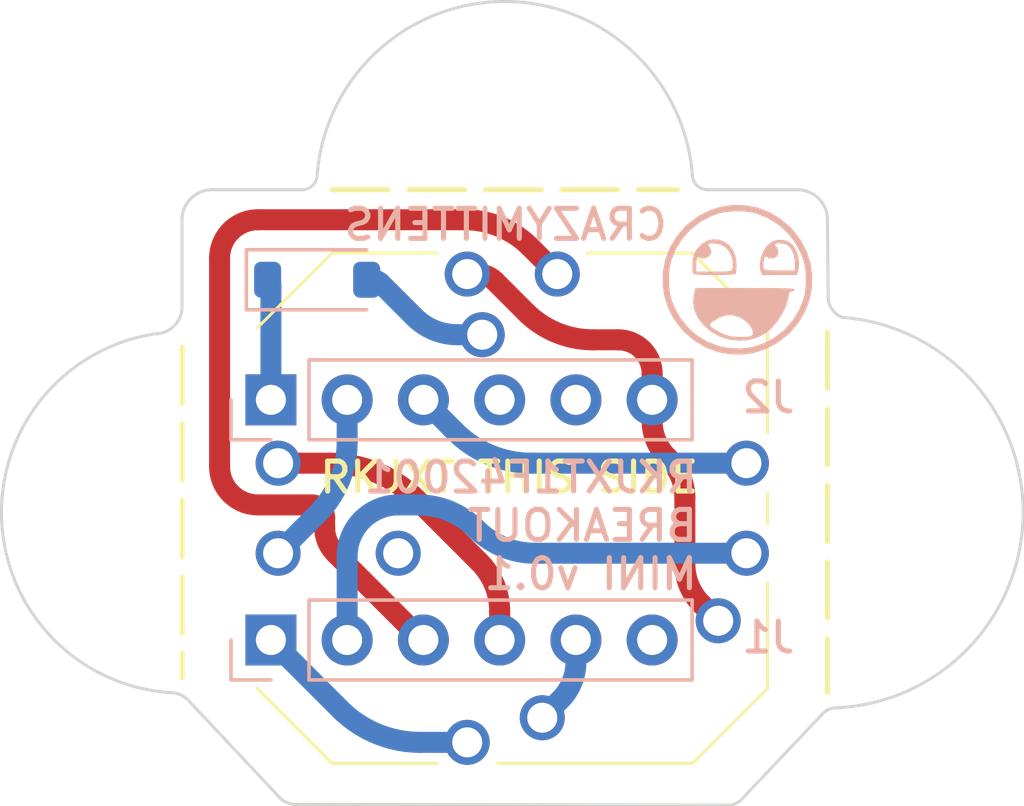
<source format=kicad_pcb>
(kicad_pcb (version 20221018) (generator pcbnew)
  (layers (0 "F.Cu" signal) (31 "B.Cu" signal) (34 "B.Paste" user) (35 "F.Paste" user) (36 "B.SilkS" user "B.Silkscreen") (37 "F.SilkS" user "F.Silkscreen") (38 "B.Mask" user) (39 "F.Mask" user) (44 "Edge.Cuts" user))
  (net 0 "")
  (net 4 "row1")
  (net 5 "COM")
  (net 6 "col5")
  (net 7 "col4")
  (net 8 "col3")
  (net 9 "col2")
  (net 10 "col1")
  (net 11 "encA")
  (net 12 "encB")
  (net 13 "Gnd")
  (footprint "MountingHole:MountingHole_3.2mm_M3" (layer "F.Cu") (at 129.75 82.75)
    (fp_text reference "H1" hide)
    (fp_text value "MountingHole_3.2mm_M3" hide)
    (pad "" np_thru_hole circle (at 0 0) (size 3.2 3.2) (drill 3.2) (layers "*.Cu" "*.Mask"))
  )
  (footprint "CT-KiCad-Library:RKJXT1F42001" (layer "F.Cu") (at 143 82.61)
    (fp_text reference "S1" hide)
    (fp_text value "RKJXT1F42001" hide)
    (fp_line (start -8.5 -6) (end -6 -8.5) (stroke (width 0.1)) (layer "F.SilkS"))
    (fp_line (start -8.5 6) (end -6 8.5) (stroke (width 0.1)) (layer "F.SilkS"))
    (fp_line (start -6 -8.5) (end -2.5 -8.5) (stroke (width 0.1)) (layer "F.SilkS"))
    (fp_line (start -6 8.5) (end -2.5 8.5) (stroke (width 0.1)) (layer "F.SilkS"))
    (fp_line (start -0.5 8.5) (end 6 8.5) (stroke (width 0.1)) (layer "F.SilkS"))
    (fp_line (start 2.5 -8.5) (end 6 -8.5) (stroke (width 0.1)) (layer "F.SilkS"))
    (fp_line (start 6 -8.5) (end 8.5 -6) (stroke (width 0.1)) (layer "F.SilkS"))
    (fp_line (start 6 8.5) (end 8.5 6) (stroke (width 0.1)) (layer "F.SilkS"))
    (fp_line (start 8.5 -6) (end 8.5 -2.5) (stroke (width 0.1)) (layer "F.SilkS"))
    (fp_line (start 8.5 -0.5) (end 8.5 0.5) (stroke (width 0.1)) (layer "F.SilkS"))
    (fp_line (start 8.5 6) (end 8.5 2.5) (stroke (width 0.1)) (layer "F.SilkS"))
    (pad "1" thru_hole circle (at -1.5 7.8) (size 1.5 1.5) (drill 1) (layers "*.Cu" "*.Mask") (net 10 "col1"))
    (pad "2" thru_hole circle (at 1 6.98) (size 1.5 1.5) (drill 1) (layers "*.Cu" "*.Mask") (net 6 "col5"))
    (pad "3" thru_hole circle (at 6.86 3.75) (size 1.5 1.5) (drill 1) (layers "*.Cu" "*.Mask") (net 13 "Gnd"))
    (pad "4" thru_hole circle (at 7.8 1.5) (size 1.5 1.5) (drill 1) (layers "*.Cu" "*.Mask") (net 9 "col2"))
    (pad "5" thru_hole circle (at 7.8 -1.5) (size 1.5 1.5) (drill 1) (layers "*.Cu" "*.Mask") (net 12 "encB"))
    (pad "6" thru_hole circle (at 1.5 -7.8) (size 1.5 1.5) (drill 1) (layers "*.Cu" "*.Mask") (net 8 "col3"))
    (pad "7" thru_hole circle (at -1 -5.78) (size 1.5 1.5) (drill 1) (layers "*.Cu" "*.Mask") (net 5 "COM"))
    (pad "8" thru_hole circle (at -1.5 -7.8) (size 1.5 1.5) (drill 1) (layers "*.Cu" "*.Mask") (net 13 "Gnd"))
    (pad "9" thru_hole circle (at -7.8 -1.5) (size 1.5 1.5) (drill 1) (layers "*.Cu" "*.Mask") (net 7 "col4"))
    (pad "10" thru_hole circle (at -7.8 1.5) (size 1.5 1.5) (drill 1) (layers "*.Cu" "*.Mask") (net 11 "encA"))
    (pad "11" thru_hole circle (at -3.8 1.5) (size 1.5 1.5) (drill 1) (layers "*.Cu" "*.Mask"))
  )
  (footprint "MountingHole:MountingHole_3.2mm_M3" (layer "F.Cu") (at 142.75 69.5)
    (fp_text reference "H2" hide)
    (fp_text value "MountingHole_3.2mm_M3" hide)
    (pad "" np_thru_hole circle (at 0 0) (size 3.2 3.2) (drill 3.2) (layers "*.Cu" "*.Mask"))
  )
  (footprint "MountingHole:MountingHole_3.2mm_M3" (layer "F.Cu") (at 156.25 82.75)
    (fp_text reference "H3" hide)
    (fp_text value "MountingHole_3.2mm_M3" hide)
    (pad "" np_thru_hole circle (at 0 0) (size 3.2 3.2) (drill 3.2) (layers "*.Cu" "*.Mask"))
  )
  (footprint "Connector_PinSocket_2.54mm:PinSocket_1x06_P2.54mm_Vertical" (layer "B.Cu") (at 134.96 87 -90)
    (fp_text reference "JST1" hide)
    (fp_text value "Conn_01x06_Socket" hide)
    (fp_line (start -1.33 -14.03) (end 1.33 -14.03) (stroke (width 0.12)) (layer "B.SilkS"))
    (fp_line (start -1.33 -1.27) (end -1.33 -14.03) (stroke (width 0.12)) (layer "B.SilkS"))
    (fp_line (start -1.33 -1.27) (end 1.33 -1.27) (stroke (width 0.12)) (layer "B.SilkS"))
    (fp_line (start 0 1.33) (end 1.33 1.33) (stroke (width 0.12)) (layer "B.SilkS"))
    (fp_line (start 1.33 -1.27) (end 1.33 -14.03) (stroke (width 0.12)) (layer "B.SilkS"))
    (fp_line (start 1.33 1.33) (end 1.33 0) (stroke (width 0.12)) (layer "B.SilkS"))
    (pad "1" thru_hole rect (at 0 0 270) (size 1.7 1.7) (drill 1) (layers "*.Cu" "*.Mask") (net 10 "col1"))
    (pad "2" thru_hole oval (at 0 -2.54 270) (size 1.7 1.7) (drill 1) (layers "*.Cu" "*.Mask") (net 9 "col2"))
    (pad "3" thru_hole oval (at 0 -5.08 270) (size 1.7 1.7) (drill 1) (layers "*.Cu" "*.Mask") (net 8 "col3"))
    (pad "4" thru_hole oval (at 0 -7.62 270) (size 1.7 1.7) (drill 1) (layers "*.Cu" "*.Mask") (net 7 "col4"))
    (pad "5" thru_hole oval (at 0 -10.16 270) (size 1.7 1.7) (drill 1) (layers "*.Cu" "*.Mask") (net 6 "col5"))
    (pad "6" thru_hole oval (at 0 -12.7 270) (size 1.7 1.7) (drill 1) (layers "*.Cu" "*.Mask"))
  )
  (footprint "CT-KiCad-Library:awesome-logo" (layer "B.Cu") (at 150.5 75 180)
    (fp_text reference "G***" hide)
    (fp_text value "LOGO" hide)
    (fp_poly (pts (xy -1.172119 1.286262) (xy -1.123842 1.26186) (xy -0.983301 1.139644) (xy -0.868064 0.964072) (xy -0.786073 0.757991) (xy -0.74527 0.544247) (xy -0.753597 0.345685) (xy -0.776871 0.26377) (xy -0.818681 0.156308) (xy -1.404296 0.156308) (xy -1.989911 0.156308) (xy -2.032 0.312616) (xy -1.91477 0.312616) (xy -1.409403 0.312616) (xy -1.201949 0.313376) (xy -1.059492 0.316974) (xy -0.968881 0.325389) (xy -0.916961 0.340598) (xy -0.890583 0.364578) (xy -0.878708 0.392418) (xy -0.868546 0.482568) (xy -0.875885 0.602839) (xy -0.87951 0.626879) (xy -0.909899 0.740271) (xy -0.94901 0.780816) (xy -0.994254 0.745956) (xy -0.996462 0.742462) (xy -1.056362 0.709544) (xy -1.152956 0.706397) (xy -1.25175 0.730533) (xy -1.306286 0.764792) (xy -1.355516 0.857459) (xy -1.363826 0.971538) (xy -1.330903 1.069896) (xy -1.309077 1.094154) (xy -1.259954 1.150564) (xy -1.250462 1.177093) (xy -1.284176 1.202654) (xy -1.368238 1.211492) (xy -1.477029 1.205241) (xy -1.584931 1.185534) (xy -1.666325 1.154008) (xy -1.672136 1.150187) (xy -1.789847 1.023584) (xy -1.872266 0.841962) (xy -1.912164 0.623245) (xy -1.91477 0.548634) (xy -1.91477 0.312616) (xy -2.032 0.312616) (xy -2.034522 0.321981) (xy -2.060266 0.530834) (xy -2.036133 0.749883) (xy -1.969037 0.958189) (xy -1.865891 1.13481) (xy -1.73361 1.258809) (xy -1.723124 1.26516) (xy -1.551091 1.325554) (xy -1.356115 1.332526)) (fill solid) (layer "B.SilkS"))
    (fp_poly (pts (xy 0.989189 1.3126) (xy 1.172061 1.212609) (xy 1.334333 1.049736) (xy 1.428906 0.89877) (xy 1.463661 0.792686) (xy 1.487705 0.646083) (xy 1.499525 0.485448) (xy 1.497608 0.337271) (xy 1.480442 0.228038) (xy 1.468761 0.200849) (xy 1.422835 0.182316) (xy 1.309147 0.168887) (xy 1.124621 0.160366) (xy 0.866181 0.156562) (xy 0.762 0.156308) (xy 0.477982 0.158569) (xy 0.268914 0.165479) (xy 0.131721 0.177234) (xy 0.063324 0.194028) (xy 0.055238 0.200849) (xy 0.040885 0.260789) (xy 0.03044 0.373577) (xy 0.026942 0.484865) (xy 0.154853 0.484865) (xy 0.156156 0.395985) (xy 0.179254 0.336291) (xy 0.234787 0.299988) (xy 0.333395 0.281284) (xy 0.485717 0.274385) (xy 0.702394 0.273499) (xy 0.780312 0.273539) (xy 1.367692 0.273539) (xy 1.367692 0.501488) (xy 1.362353 0.65648) (xy 1.344209 0.741411) (xy 1.310066 0.763782) (xy 1.266378 0.739457) (xy 1.169724 0.704079) (xy 1.052506 0.717898) (xy 0.947566 0.773052) (xy 0.901827 0.826747) (xy 0.865476 0.912427) (xy 0.875182 0.98813) (xy 0.899354 1.04167) (xy 0.94257 1.128359) (xy 0.969036 1.181831) (xy 0.969156 1.182077) (xy 0.942695 1.198775) (xy 0.859384 1.209389) (xy 0.790573 1.211385) (xy 0.574368 1.176314) (xy 0.394938 1.076653) (xy 0.260928 0.920727) (xy 0.180986 0.716863) (xy 0.164704 0.608724) (xy 0.154853 0.484865) (xy 0.026942 0.484865) (xy 0.02635 0.503695) (xy 0.055396 0.759927) (xy 0.13835 0.974265) (xy 0.264568 1.14371) (xy 0.423404 1.265264) (xy 0.604216 1.335929) (xy 0.796359 1.352707)) (fill solid) (layer "B.SilkS"))
    (fp_poly (pts (xy 1.446746 -0.472674) (xy 1.478057 -0.757665) (xy 1.432642 -1.029649) (xy 1.311009 -1.287564) (xy 1.113667 -1.530353) (xy 0.841124 -1.756957) (xy 0.824491 -1.768563) (xy 0.566913 -1.905538) (xy 0.27199 -1.99425) (xy -0.03832 -2.03211) (xy -0.342057 -2.016529) (xy -0.617265 -1.944918) (xy -0.629434 -1.940005) (xy -0.771326 -1.875701) (xy -0.901594 -1.806861) (xy -0.964012 -1.767655) (xy -0.977628 -1.755656) (xy -0.5165 -1.755656) (xy -0.507552 -1.823446) (xy -0.45598 -1.868924) (xy -0.35256 -1.894787) (xy -0.188068 -1.903735) (xy -0.019539 -1.900982) (xy 0.165536 -1.888992) (xy 0.310407 -1.861528) (xy 0.452768 -1.80944) (xy 0.554678 -1.761566) (xy 0.692219 -1.688688) (xy 0.807591 -1.618433) (xy 0.877144 -1.56528) (xy 0.879581 -1.562689) (xy 0.914144 -1.514745) (xy 0.905325 -1.473856) (xy 0.844214 -1.417803) (xy 0.811261 -1.392349) (xy 0.57836 -1.249346) (xy 0.351089 -1.182702) (xy 0.122874 -1.191579) (xy -0.112183 -1.274802) (xy -0.286278 -1.389793) (xy -0.421602 -1.53472) (xy -0.502499 -1.690967) (xy -0.5165 -1.755656) (xy -0.977628 -1.755656) (xy -1.1613 -1.593798) (xy -1.347009 -1.369482) (xy -1.507639 -1.116392) (xy -1.629689 -0.856216) (xy -1.699658 -0.610639) (xy -1.70461 -0.578053) (xy -1.724539 -0.464188) (xy -1.752923 -0.408569) (xy -1.80219 -0.391389) (xy -1.822112 -0.390769) (xy -1.8969 -0.369459) (xy -1.91477 -0.332153) (xy -1.907019 -0.317738) (xy -1.879329 -0.305852) (xy -1.825042 -0.29626) (xy -1.7375 -0.288726) (xy -1.610045 -0.283014) (xy -1.436019 -0.27889) (xy -1.208764 -0.276117) (xy -0.921623 -0.27446) (xy -0.567937 -0.273684) (xy -0.257898 -0.273538) (xy 1.398974 -0.273538)) (fill solid) (layer "B.SilkS"))
    (fp_poly (pts (xy 0.537852 2.438962) (xy 0.930912 2.315376) (xy 1.304428 2.124188) (xy 1.650008 1.865398) (xy 1.760829 1.76083) (xy 2.042857 1.426792) (xy 2.257282 1.061932) (xy 2.404105 0.674643) (xy 2.483326 0.27332) (xy 2.494945 -0.133643) (xy 2.438961 -0.537852) (xy 2.315375 -0.930912) (xy 2.124187 -1.304428) (xy 1.865397 -1.650008) (xy 1.760829 -1.760829) (xy 1.424736 -2.04365) (xy 1.051997 -2.26061) (xy 0.651212 -2.409167) (xy 0.230983 -2.48678) (xy -0.200092 -2.490906) (xy -0.540497 -2.441004) (xy -0.929452 -2.31819) (xy -1.301898 -2.125579) (xy -1.642866 -1.871515) (xy -1.76083 -1.760829) (xy -2.042858 -1.426791) (xy -2.257283 -1.061931) (xy -2.404106 -0.674642) (xy -2.483327 -0.273319) (xy -2.493915 0.097577) (xy -2.278606 0.097577) (xy -2.274567 -0.188404) (xy -2.245304 -0.453517) (xy -2.211012 -0.605692) (xy -2.057055 -0.998209) (xy -1.840748 -1.351175) (xy -1.569461 -1.658055) (xy -1.250559 -1.912316) (xy -0.891412 -2.107423) (xy -0.499386 -2.236842) (xy -0.33598 -2.268603) (xy -0.102895 -2.286296) (xy 0.1663 -2.277424) (xy 0.435172 -2.244488) (xy 0.62523 -2.202585) (xy 1.001069 -2.057452) (xy 1.345058 -1.846089) (xy 1.648994 -1.576757) (xy 1.904673 -1.257716) (xy 2.103894 -0.897227) (xy 2.211011 -0.605692) (xy 2.25742 -0.372813) (xy 2.278605 -0.097576) (xy 2.274566 0.188405) (xy 2.245303 0.453518) (xy 2.211011 0.605693) (xy 2.055451 1.001304) (xy 1.835706 1.357418) (xy 1.558575 1.667234) (xy 1.23086 1.923952) (xy 0.859359 2.120772) (xy 0.605692 2.211012) (xy 0.372813 2.257421) (xy 0.097576 2.278606) (xy -0.188405 2.274567) (xy -0.453518 2.245304) (xy -0.605693 2.211012) (xy -1.001304 2.055452) (xy -1.357418 1.835707) (xy -1.667234 1.558576) (xy -1.923952 1.230861) (xy -2.120772 0.85936) (xy -2.211012 0.605693) (xy -2.257421 0.372814) (xy -2.278606 0.097577) (xy -2.493915 0.097577) (xy -2.494945 0.133644) (xy -2.438962 0.537853) (xy -2.315376 0.930912) (xy -2.124188 1.304429) (xy -1.865398 1.650009) (xy -1.76083 1.76083) (xy -1.426792 2.042858) (xy -1.061932 2.257283) (xy -0.674643 2.404106) (xy -0.27332 2.483327) (xy 0.133643 2.494945)) (fill solid) (layer "B.SilkS"))
  )
  (footprint "Diode_SMD:D_SOD-123" (layer "B.Cu") (at 136.5 75)
    (fp_text reference "D1" hide)
    (fp_text value "1N4148W" hide)
    (fp_line (start -2.36 -1) (end 1.65 -1) (stroke (width 0.12)) (layer "B.SilkS"))
    (fp_line (start -2.36 1) (end -2.36 -1) (stroke (width 0.12)) (layer "B.SilkS"))
    (fp_line (start -2.36 1) (end 1.65 1) (stroke (width 0.12)) (layer "B.SilkS"))
    (pad "1" smd roundrect (at -1.65 0) (size 0.9 1.2) (layers "B.Cu" "B.Paste" "B.Mask") (net 4 "row1"))
    (pad "2" smd roundrect (at 1.65 0) (size 0.9 1.2) (layers "B.Cu" "B.Paste" "B.Mask") (net 5 "COM"))
  )
  (footprint "Connector_PinSocket_2.54mm:PinSocket_1x06_P2.54mm_Vertical" (layer "B.Cu") (at 134.96 79 -90)
    (fp_text reference "JST2" hide)
    (fp_text value "Conn_01x06_Socket" hide)
    (fp_line (start -1.33 -14.03) (end 1.33 -14.03) (stroke (width 0.12)) (layer "B.SilkS"))
    (fp_line (start -1.33 -1.27) (end -1.33 -14.03) (stroke (width 0.12)) (layer "B.SilkS"))
    (fp_line (start -1.33 -1.27) (end 1.33 -1.27) (stroke (width 0.12)) (layer "B.SilkS"))
    (fp_line (start 0 1.33) (end 1.33 1.33) (stroke (width 0.12)) (layer "B.SilkS"))
    (fp_line (start 1.33 -1.27) (end 1.33 -14.03) (stroke (width 0.12)) (layer "B.SilkS"))
    (fp_line (start 1.33 1.33) (end 1.33 0) (stroke (width 0.12)) (layer "B.SilkS"))
    (pad "1" thru_hole rect (at 0 0 270) (size 1.7 1.7) (drill 1) (layers "*.Cu" "*.Mask") (net 4 "row1"))
    (pad "2" thru_hole oval (at 0 -2.54 270) (size 1.7 1.7) (drill 1) (layers "*.Cu" "*.Mask") (net 11 "encA"))
    (pad "3" thru_hole oval (at 0 -5.08 270) (size 1.7 1.7) (drill 1) (layers "*.Cu" "*.Mask") (net 12 "encB"))
    (pad "4" thru_hole oval (at 0 -7.62 270) (size 1.7 1.7) (drill 1) (layers "*.Cu" "*.Mask"))
    (pad "5" thru_hole oval (at 0 -10.16 270) (size 1.7 1.7) (drill 1) (layers "*.Cu" "*.Mask"))
    (pad "6" thru_hole oval (at 0 -12.7 270) (size 1.7 1.7) (drill 1) (layers "*.Cu" "*.Mask") (net 13 "Gnd"))
  )
  (gr_line (start 137 72) (end 148.5 72) (stroke (width 0.17) (type dash)) (layer "F.SilkS"))
  (gr_line (start 132 77.25) (end 132 88.25) (stroke (width 0.17) (type dash)) (layer "F.SilkS"))
  (gr_line (start 153.5 76.75) (end 153.5 88.75) (stroke (width 0.17) (type dash)) (layer "F.SilkS"))
  (gr_line (start 132 75.9) (end 132 73) (stroke (width 0.1)) (layer "Edge.Cuts"))
  (gr_arc (start 153.996008 76.252306) (mid 160.015858 82.848187) (end 153.8 89.259689) (stroke (width 0.1)) (layer "Edge.Cuts"))
  (gr_arc (start 152.5 72) (mid 153.207107 72.292893) (end 153.5 73) (stroke (width 0.1)) (layer "Edge.Cuts"))
  (gr_arc (start 136.5 71.5) (mid 142.75 65.730032) (end 149 71.5) (stroke (width 0.1)) (layer "Edge.Cuts"))
  (gr_line (start 150.624264 92.324264) (end 153.300002 89.5) (stroke (width 0.1)) (layer "Edge.Cuts"))
  (gr_line (start 132.2 89) (end 135.3 92.299999) (stroke (width 0.1)) (layer "Edge.Cuts"))
  (gr_arc (start 150.624264 92.324264) (mid 150.42961 92.454328) (end 150.2 92.5) (stroke (width 0.1)) (layer "Edge.Cuts"))
  (gr_line (start 136 72) (end 133 72) (stroke (width 0.1)) (layer "Edge.Cuts"))
  (gr_arc (start 153.995818 76.252818) (mid 153.661019 75.997809) (end 153.523659 75.6) (stroke (width 0.1)) (layer "Edge.Cuts"))
  (gr_arc (start 131.6 88.751472) (mid 131.924718 88.816062) (end 132.2 89) (stroke (width 0.1)) (layer "Edge.Cuts"))
  (gr_arc (start 149.5 72) (mid 149.146447 71.853553) (end 149 71.5) (stroke (width 0.1)) (layer "Edge.Cuts"))
  (gr_line (start 135.8 92.474993) (end 150.2 92.5) (stroke (width 0.1)) (layer "Edge.Cuts"))
  (gr_line (start 152.5 72) (end 149.5 72) (stroke (width 0.1)) (layer "Edge.Cuts"))
  (gr_arc (start 153.300002 89.5) (mid 153.522625 89.322885) (end 153.8 89.259689) (stroke (width 0.1)) (layer "Edge.Cuts"))
  (gr_arc (start 136.5 71.5) (mid 136.353553 71.853553) (end 136 72) (stroke (width 0.1)) (layer "Edge.Cuts"))
  (gr_arc (start 135.8 92.478558) (mid 135.536355 92.43256) (end 135.303862 92.3) (stroke (width 0.1)) (layer "Edge.Cuts"))
  (gr_line (start 153.523659 75.6) (end 153.5 73) (stroke (width 0.1)) (layer "Edge.Cuts"))
  (gr_arc (start 132 73) (mid 132.292893 72.292893) (end 133 72) (stroke (width 0.1)) (layer "Edge.Cuts"))
  (gr_arc (start 132 75.9) (mid 131.770615 76.500229) (end 131.199388 76.794495) (stroke (width 0.1)) (layer "Edge.Cuts"))
  (gr_arc (start 131.6 88.751472) (mid 125.988595 82.951696) (end 131.198627 76.788837) (stroke (width 0.1)) (layer "Edge.Cuts"))
  (gr_text "CRAZYMITTENS" (at 148.25 73.75) (layer "B.SilkS") (effects (font (size 1 1) (thickness 0.17) bold) (justify left bottom mirror)))
  (gr_text "J1" (at 152.5 87.5) (layer "B.SilkS") (effects (font (size 1 1) (thickness 0.17) bold) (justify left bottom mirror)))
  (gr_text "J2" (at 152.5 79.5) (layer "B.SilkS") (effects (font (size 1 1) (thickness 0.17) bold) (justify left bottom mirror)))
  (gr_text_box "RKJXT1F42001\nBREAKOUT\nMINI v0.1" (start 141.25 80.25) (end 150 84.75) (layer "B.SilkS") (effects (font (size 1 1) (thickness 0.17) bold) (justify left top mirror)))
  (gr_text_box "RKJXT THIS SIDE" (start 135.75 80.25) (end 150.25 83) (layer "F.SilkS") (effects (font (size 1 1) (thickness 0.17) bold) (justify left top)))
  (segment (start 134.96 75.187781) (end 134.96 79) (width 0.7) (layer "B.Cu") (net 4))
  (segment (start 134.905 75.055) (end 134.85 75) (width 0.7) (layer "B.Cu") (net 4))
  (arc (start 134.905 75.055) (mid 134.945705 75.11592) (end 134.96 75.187781) (width 0.7) (layer "B.Cu") (net 4))
  (segment (start 138.623743 75.123743) (end 139.739565 76.239565) (width 0.7) (layer "B.Cu") (net 5))
  (segment (start 138.325 75) (end 138.15 75) (width 0.7) (layer "B.Cu") (net 5))
  (segment (start 141.165 76.83) (end 142 76.83) (width 0.7) (layer "B.Cu") (net 5))
  (arc (start 139.739565 76.239565) (mid 140.39356 76.67655) (end 141.165 76.83) (width 0.7) (layer "B.Cu") (net 5))
  (arc (start 138.623743 75.123743) (mid 138.486678 75.032159) (end 138.325 75) (width 0.7) (layer "B.Cu") (net 5))
  (segment (start 145.12 87.735) (end 145.12 87) (width 0.7) (layer "B.Cu") (net 6))
  (segment (start 144.600276 88.989723) (end 144 89.59) (width 0.7) (layer "B.Cu") (net 6))
  (arc (start 145.12 87.735) (mid 144.984928 88.414051) (end 144.600276 88.989723) (width 0.7) (layer "B.Cu") (net 6))
  (segment (start 142.58 86.04) (end 142.58 87) (width 0.7) (layer "F.Cu") (net 7))
  (segment (start 141.901177 84.401177) (end 139.815617 82.315617) (width 0.7) (layer "F.Cu") (net 7))
  (segment (start 136.905 81.11) (end 135.2 81.11) (width 0.7) (layer "F.Cu") (net 7))
  (arc (start 139.815617 82.315617) (mid 138.480214 81.423329) (end 136.905 81.11) (width 0.7) (layer "F.Cu") (net 7))
  (arc (start 141.901177 84.401177) (mid 142.403579 85.153075) (end 142.58 86.04) (width 0.7) (layer "F.Cu") (net 7))
  (segment (start 143.595 73.905) (end 144.5 74.81) (width 0.7) (layer "F.Cu") (net 8))
  (segment (start 137.103553 84.103553) (end 139.985857 86.985857) (width 0.7) (layer "F.Cu") (net 8))
  (segment (start 133.25 81.219669) (end 133.25 74.28033) (width 0.7) (layer "F.Cu") (net 8))
  (segment (start 141.410136 73) (end 134.53033 73) (width 0.7) (layer "F.Cu") (net 8))
  (segment (start 136.75 83.25) (end 136.75 82.926776) (width 0.7) (layer "F.Cu") (net 8))
  (segment (start 136.323223 82.5) (end 134.53033 82.5) (width 0.7) (layer "F.Cu") (net 8))
  (segment (start 140.02 87) (end 140.04 87) (width 0.7) (layer "F.Cu") (net 8))
  (arc (start 136.625 82.625) (mid 136.717513 82.763456) (end 136.75 82.926776) (width 0.7) (layer "F.Cu") (net 8))
  (arc (start 143.595 73.905) (mid 142.592576 73.235201) (end 141.410136 73) (width 0.7) (layer "F.Cu") (net 8))
  (arc (start 136.75 83.25) (mid 136.841885 83.711939) (end 137.103553 84.103553) (width 0.7) (layer "F.Cu") (net 8))
  (arc (start 133.25 81.219669) (mid 133.347459 81.70963) (end 133.625 82.125) (width 0.7) (layer "F.Cu") (net 8))
  (arc (start 139.985857 86.985857) (mid 140.001522 86.996324) (end 140.02 87) (width 0.7) (layer "F.Cu") (net 8))
  (arc (start 134.53033 73) (mid 134.040368 73.097459) (end 133.625 73.375) (width 0.7) (layer "F.Cu") (net 8))
  (arc (start 133.625 82.125) (mid 134.040368 82.40254) (end 134.53033 82.5) (width 0.7) (layer "F.Cu") (net 8))
  (arc (start 136.625 82.625) (mid 136.486543 82.532486) (end 136.323223 82.5) (width 0.7) (layer "F.Cu") (net 8))
  (arc (start 133.625 73.375) (mid 133.347459 73.790368) (end 133.25 74.28033) (width 0.7) (layer "F.Cu") (net 8))
  (segment (start 137.5 84.207106) (end 137.5 87) (width 0.7) (layer "B.Cu") (net 9))
  (segment (start 139.861558 82.5) (end 139.207106 82.5) (width 0.7) (layer "B.Cu") (net 9))
  (segment (start 143.748441 84.11) (end 150.8 84.11) (width 0.7) (layer "B.Cu") (net 9))
  (arc (start 141.805 83.305) (mid 140.913341 82.709212) (end 139.861558 82.5) (width 0.7) (layer "B.Cu") (net 9))
  (arc (start 139.207106 82.5) (mid 138.553825 82.629945) (end 138 83) (width 0.7) (layer "B.Cu") (net 9))
  (arc (start 141.805 83.305) (mid 142.696658 83.900787) (end 143.748441 84.11) (width 0.7) (layer "B.Cu") (net 9))
  (arc (start 138 83) (mid 137.629945 83.553825) (end 137.5 84.207106) (width 0.7) (layer "B.Cu") (net 9))
  (segment (start 139.935 90.41) (end 141.5 90.41) (width 0.7) (layer "B.Cu") (net 10))
  (segment (start 137.263377 89.303377) (end 134.96 87) (width 0.7) (layer "B.Cu") (net 10))
  (arc (start 137.263377 89.303377) (mid 138.489128 90.122398) (end 139.935 90.41) (width 0.7) (layer "B.Cu") (net 10))
  (segment (start 136.506514 82.803485) (end 135.2 84.11) (width 0.7) (layer "B.Cu") (net 11))
  (segment (start 137.5 80.405) (end 137.5 79) (width 0.7) (layer "B.Cu") (net 11))
  (arc (start 137.5 80.405) (mid 137.241801 81.70305) (end 136.506514 82.803485) (width 0.7) (layer "B.Cu") (net 11))
  (segment (start 141.095 80.055) (end 140.04 79) (width 0.7) (layer "B.Cu") (net 12))
  (segment (start 143.641995 81.11) (end 150.8 81.11) (width 0.7) (layer "B.Cu") (net 12))
  (arc (start 141.095 80.055) (mid 142.263571 80.835814) (end 143.641995 81.11) (width 0.7) (layer "B.Cu") (net 12))
  (segment (start 145.6875 77) (end 146.533309 77) (width 0.7) (layer "F.Cu") (net 13))
  (segment (start 141.8425 74.81) (end 141.5 74.81) (width 0.7) (layer "F.Cu") (net 13))
  (segment (start 147.66 79.705) (end 147.66 79) (width 0.7) (layer "F.Cu") (net 13))
  (segment (start 147.66 78.12669) (end 147.66 79) (width 0.7) (layer "F.Cu") (net 13))
  (segment (start 149.305 85.805) (end 149.86 86.36) (width 0.7) (layer "F.Cu") (net 13))
  (segment (start 148.75 82.270746) (end 148.75 84.465111) (width 0.7) (layer "F.Cu") (net 13))
  (segment (start 148.205 80.955) (end 148.15851 80.90851) (width 0.7) (layer "F.Cu") (net 13))
  (segment (start 143.446922 76.071922) (end 142.427184 75.052184) (width 0.7) (layer "F.Cu") (net 13))
  (arc (start 143.446922 76.071922) (mid 144.474908 76.7588) (end 145.6875 77) (width 0.7) (layer "F.Cu") (net 13))
  (arc (start 147.33 77.33) (mid 146.964475 77.085764) (end 146.533309 77) (width 0.7) (layer "F.Cu") (net 13))
  (arc (start 147.33 77.33) (mid 147.574235 77.695524) (end 147.66 78.12669) (width 0.7) (layer "F.Cu") (net 13))
  (arc (start 147.66 79.705) (mid 147.789558 80.356334) (end 148.15851 80.90851) (width 0.7) (layer "F.Cu") (net 13))
  (arc (start 148.75 84.465111) (mid 148.894239 85.190253) (end 149.305 85.805) (width 0.7) (layer "F.Cu") (net 13))
  (arc (start 142.427184 75.052184) (mid 142.158928 74.872941) (end 141.8425 74.81) (width 0.7) (layer "F.Cu") (net 13))
  (arc (start 148.205 80.955) (mid 148.608359 81.558669) (end 148.75 82.270746) (width 0.7) (layer "F.Cu") (net 13))
)
</source>
